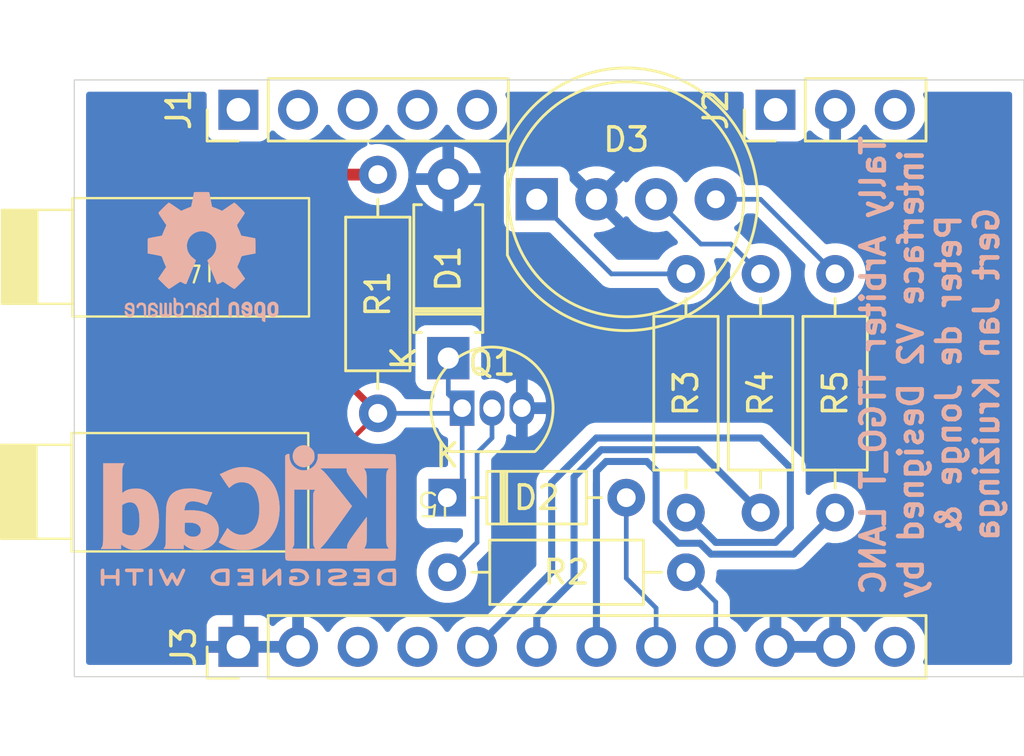
<source format=kicad_pcb>
(kicad_pcb (version 20241229) (generator "pcbnew") (generator_version "9.0")
  (layers (0 "F.Cu" signal) (2 "B.Cu" signal) (13 "F.Paste" user) (15 "B.Paste" user) (5 "F.SilkS" user "F.Silkscreen") (7 "B.SilkS" user "B.Silkscreen") (1 "F.Mask" user) (3 "B.Mask" user) (25 "Edge.Cuts" user))
  (net 0 "")
  (net 1 "GND")
  (net 2 "Net-(D1-K)")
  (net 3 "/lanc_rx")
  (net 4 "Net-(D3-RA)")
  (net 5 "Net-(D3-GA)")
  (net 6 "Net-(D3-BA)")
  (net 14 "/Blue")
  (net 15 "/lanc_tx")
  (net 16 "/Red")
  (net 18 "/Green")
  (net 20 "Net-(Q1-B)")
  (net 21 "Net-(R1-+)")
  (footprint "Resistor_THT:R_Axial_DIN0207_L6.3mm_D2.5mm_P10.16mm_Horizontal" (layer "F.Cu") (at 81.5 81.5 -90)
    (property "Reference" "R1" (at 5.08 0 90) (layer "F.SilkS"))
    (property "Value" "4K7")
    (pad "1" thru_hole circle (at 0 0 270) (size 1.6 1.6) (drill 0.8) (layers "*.Cu" "*.Mask") (net 21 "Net-(R1-+)"))
    (pad "2" thru_hole oval (at 10.16 0 270) (size 1.6 1.6) (drill 0.8) (layers "*.Cu" "*.Mask") (net 2 "Net-(D1-K)"))
  )
  (footprint "Connector_PinHeader_2.54mm:PinHeader_1x03_P2.54mm_Vertical" (layer "F.Cu") (at 98.425 78.74 90)
    (property "Reference" "J2" (at 0 -2.54 270) (layer "F.SilkS"))
    (property "Value" "Conn_01x03")
    (pad "1" thru_hole rect (at 0 0 90) (size 1.7 1.7) (drill 1) (layers "*.Cu" "*.Mask"))
    (pad "2" thru_hole oval (at 0 2.54 90) (size 1.7 1.7) (drill 1) (layers "*.Cu" "*.Mask") (net 1 "GND"))
    (pad "3" thru_hole oval (at 0 5.08 90) (size 1.7 1.7) (drill 1) (layers "*.Cu" "*.Mask"))
  )
  (footprint "Connector_PinHeader_2.54mm:PinHeader_1x05_P2.54mm_Vertical" (layer "F.Cu") (at 75.565 78.74 90)
    (property "Reference" "J1" (at 0 -2.54 270) (layer "F.SilkS"))
    (property "Value" "Conn_01x05")
    (pad "1" thru_hole rect (at 0 0 90) (size 1.7 1.7) (drill 1) (layers "*.Cu" "*.Mask"))
    (pad "2" thru_hole oval (at 0 2.54 90) (size 1.7 1.7) (drill 1) (layers "*.Cu" "*.Mask"))
    (pad "3" thru_hole oval (at 0 5.08 90) (size 1.7 1.7) (drill 1) (layers "*.Cu" "*.Mask"))
    (pad "4" thru_hole oval (at 0 7.62 90) (size 1.7 1.7) (drill 1) (layers "*.Cu" "*.Mask"))
    (pad "5" thru_hole oval (at 0 10.16 90) (size 1.7 1.7) (drill 1) (layers "*.Cu" "*.Mask"))
  )
  (footprint "Connector_PinHeader_2.54mm:PinHeader_1x12_P2.54mm_Vertical" (layer "F.Cu") (at 75.565 101.6 90)
    (property "Reference" "J3" (at 0 -2.33 270) (layer "F.SilkS"))
    (property "Value" "Conn_01x12")
    (pad "1" thru_hole rect (at 0 0 90) (size 1.7 1.7) (drill 1) (layers "*.Cu" "*.Mask") (net 1 "GND"))
    (pad "2" thru_hole oval (at 0 2.54 90) (size 1.7 1.7) (drill 1) (layers "*.Cu" "*.Mask") (net 1 "GND"))
    (pad "3" thru_hole oval (at 0 5.08 90) (size 1.7 1.7) (drill 1) (layers "*.Cu" "*.Mask"))
    (pad "4" thru_hole oval (at 0 7.62 90) (size 1.7 1.7) (drill 1) (layers "*.Cu" "*.Mask"))
    (pad "5" thru_hole oval (at 0 10.16 90) (size 1.7 1.7) (drill 1) (layers "*.Cu" "*.Mask") (net 16 "/Red"))
    (pad "6" thru_hole oval (at 0 12.7 90) (size 1.7 1.7) (drill 1) (layers "*.Cu" "*.Mask") (net 18 "/Green"))
    (pad "7" thru_hole oval (at 0 15.24 90) (size 1.7 1.7) (drill 1) (layers "*.Cu" "*.Mask") (net 14 "/Blue"))
    (pad "8" thru_hole oval (at 0 17.78 90) (size 1.7 1.7) (drill 1) (layers "*.Cu" "*.Mask") (net 3 "/lanc_rx"))
    (pad "9" thru_hole oval (at 0 20.32 90) (size 1.7 1.7) (drill 1) (layers "*.Cu" "*.Mask") (net 15 "/lanc_tx"))
    (pad "10" thru_hole oval (at 0 22.86 90) (size 1.7 1.7) (drill 1) (layers "*.Cu" "*.Mask") (net 1 "GND"))
    (pad "11" thru_hole oval (at 0 25.4 90) (size 1.7 1.7) (drill 1) (layers "*.Cu" "*.Mask") (net 1 "GND"))
    (pad "12" thru_hole oval (at 0 27.94 90) (size 1.7 1.7) (drill 1) (layers "*.Cu" "*.Mask"))
  )
  (footprint "Resistor_THT:R_Axial_DIN0207_L6.3mm_D2.5mm_P10.16mm_Horizontal" (layer "F.Cu") (at 94.615 95.885 90)
    (property "Reference" "R3" (at 5.08 0 270) (layer "F.SilkS"))
    (property "Value" "270")
    (pad "1" thru_hole circle (at 0 0 90) (size 1.6 1.6) (drill 0.8) (layers "*.Cu" "*.Mask") (net 16 "/Red"))
    (pad "2" thru_hole oval (at 10.16 0 90) (size 1.6 1.6) (drill 0.8) (layers "*.Cu" "*.Mask") (net 4 "Net-(D3-RA)"))
  )
  (footprint "Resistor_THT:R_Axial_DIN0207_L6.3mm_D2.5mm_P10.16mm_Horizontal" (layer "F.Cu") (at 100.965 95.885 90)
    (property "Reference" "R5" (at 5.08 0 270) (layer "F.SilkS"))
    (property "Value" "270")
    (pad "1" thru_hole circle (at 0 0 90) (size 1.6 1.6) (drill 0.8) (layers "*.Cu" "*.Mask") (net 14 "/Blue"))
    (pad "2" thru_hole oval (at 10.16 0 90) (size 1.6 1.6) (drill 0.8) (layers "*.Cu" "*.Mask") (net 6 "Net-(D3-BA)"))
  )
  (footprint "GJK Footprints 1:jack_2.5mm_trs_smd" (layer "F.Cu") (at 73.968 95 180)
    (property "Reference" "J5" (at -10.056 -0.5 180) (layer "F.SilkS") (effects (font (thickness 0.1))))
    (property "Value" "LANC In")
    (pad "R" smd roundrect (at -2.032 -3.048 180) (size 2.54 1.27) (layers "F.Cu" "F.Mask" "F.Paste") (roundrect_rratio 0.15) (net 21 "Net-(R1-+)"))
    (pad "R" smd roundrect (at -2.032 3.048 180) (size 2.54 1.27) (layers "F.Cu" "F.Mask" "F.Paste") (roundrect_rratio 0.15) (net 21 "Net-(R1-+)"))
    (pad "S" smd roundrect (at 3.556 -3.048 180) (size 2.54 1.27) (layers "F.Cu" "F.Mask" "F.Paste") (roundrect_rratio 0.15) (net 1 "GND"))
    (pad "S" smd roundrect (at 3.556 3.048 180) (size 2.54 1.27) (layers "F.Cu" "F.Mask" "F.Paste") (roundrect_rratio 0.15) (net 1 "GND"))
    (pad "T" smd roundrect (at -5.08 -0.02 270) (size 2.54 1.27) (layers "F.Cu" "F.Mask" "F.Paste") (roundrect_rratio 0.15) (net 2 "Net-(D1-K)"))
  )
  (footprint "Resistor_THT:R_Axial_DIN0207_L6.3mm_D2.5mm_P10.16mm_Horizontal" (layer "F.Cu") (at 97.79 95.885 90)
    (property "Reference" "R4" (at 5.08 0 270) (layer "F.SilkS"))
    (property "Value" "270")
    (pad "1" thru_hole circle (at 0 0 90) (size 1.6 1.6) (drill 0.8) (layers "*.Cu" "*.Mask") (net 18 "/Green"))
    (pad "2" thru_hole oval (at 10.16 0 90) (size 1.6 1.6) (drill 0.8) (layers "*.Cu" "*.Mask") (net 5 "Net-(D3-GA)"))
  )
  (footprint "GJK Footprints:LED_D10.0mm-4" (layer "F.Cu") (at 89.535 82.55)
    (property "Reference" "D3" (at 2.54 -2.54 0) (layer "F.SilkS"))
    (property "Value" "LED_RKGB")
    (pad "1" thru_hole rect (at -1.27 0) (size 1.8 1.8) (drill 0.9) (layers "*.Cu" "*.Mask") (net 4 "Net-(D3-RA)"))
    (pad "2" thru_hole circle (at 1.27 0) (size 1.8 1.8) (drill 0.9) (layers "*.Cu" "*.Mask") (net 1 "GND"))
    (pad "3" thru_hole circle (at 3.81 0) (size 1.8 1.8) (drill 0.9) (layers "*.Cu" "*.Mask") (net 5 "Net-(D3-GA)"))
    (pad "4" thru_hole circle (at 6.35 0) (size 1.8 1.8) (drill 0.762) (layers "*.Cu" "*.Mask") (net 6 "Net-(D3-BA)"))
  )
  (footprint "Diode_THT:D_DO-35_SOD27_P7.62mm_Horizontal" (layer "F.Cu") (at 84.455 95.25)
    (property "Reference" "D2" (at 3.81 0 0) (layer "F.SilkS"))
    (property "Value" "BAT85")
    (fp_text user "K" (at 0 -1.8 0) (layer "F.SilkS"))
    (pad "1" thru_hole rect (at 0 0) (size 1.6 1.6) (drill 0.8) (layers "*.Cu" "*.Mask") (net 2 "Net-(D1-K)"))
    (pad "2" thru_hole oval (at 7.62 0) (size 1.6 1.6) (drill 0.8) (layers "*.Cu" "*.Mask") (net 3 "/lanc_rx"))
  )
  (footprint "Package_TO_SOT_THT:TO-92_Inline" (layer "F.Cu") (at 85.09 91.44)
    (property "Reference" "Q1" (at 1.27 -1.905 0) (layer "F.SilkS"))
    (property "Value" "BC547")
    (pad "1" thru_hole rect (at 0 0) (size 1.05 1.5) (drill 0.75) (layers "*.Cu" "*.Mask") (net 2 "Net-(D1-K)"))
    (pad "2" thru_hole oval (at 1.27 0) (size 1.05 1.5) (drill 0.75) (layers "*.Cu" "*.Mask") (net 20 "Net-(Q1-B)"))
    (pad "3" thru_hole oval (at 2.54 0) (size 1.05 1.5) (drill 0.75) (layers "*.Cu" "*.Mask") (net 1 "GND"))
  )
  (footprint "GJK Footprints 1:jack_2.5mm_trs_smd" (layer "F.Cu") (at 74 85 180)
    (property "Reference" "J4" (at 0 -0.5 180) (layer "F.SilkS") (effects (font (thickness 0.1))))
    (property "Value" "LANC Out")
    (pad "R" smd roundrect (at -2.032 -3.048 180) (size 2.54 1.27) (layers "F.Cu" "F.Mask" "F.Paste") (roundrect_rratio 0.15) (net 21 "Net-(R1-+)"))
    (pad "R" smd roundrect (at -2.032 3.048 180) (size 2.54 1.27) (layers "F.Cu" "F.Mask" "F.Paste") (roundrect_rratio 0.15) (net 21 "Net-(R1-+)"))
    (pad "S" smd roundrect (at 3.556 -3.048 180) (size 2.54 1.27) (layers "F.Cu" "F.Mask" "F.Paste") (roundrect_rratio 0.15) (net 1 "GND"))
    (pad "S" smd roundrect (at 3.556 3.048 180) (size 2.54 1.27) (layers "F.Cu" "F.Mask" "F.Paste") (roundrect_rratio 0.15) (net 1 "GND"))
    (pad "T" smd roundrect (at -5.08 -0.02 270) (size 2.54 1.27) (layers "F.Cu" "F.Mask" "F.Paste") (roundrect_rratio 0.15) (net 2 "Net-(D1-K)"))
  )
  (footprint "Resistor_THT:R_Axial_DIN0207_L6.3mm_D2.5mm_P10.16mm_Horizontal" (layer "F.Cu") (at 94.615 98.425 180)
    (property "Reference" "R2" (at 5.08 0 180) (layer "F.SilkS"))
    (property "Value" "5K6")
    (pad "1" thru_hole circle (at 0 0 180) (size 1.6 1.6) (drill 0.8) (layers "*.Cu" "*.Mask") (net 15 "/lanc_tx"))
    (pad "2" thru_hole oval (at 10.16 0 180) (size 1.6 1.6) (drill 0.8) (layers "*.Cu" "*.Mask") (net 20 "Net-(Q1-B)"))
  )
  (footprint "Diode_THT:D_A-405_P7.62mm_Horizontal" (layer "F.Cu") (at 84.5 89.31 90)
    (property "Reference" "D1" (at 3.81 0 270) (layer "F.SilkS"))
    (property "Value" "5V1")
    (fp_text user "K" (at 0 -1.9 270) (layer "F.SilkS"))
    (pad "1" thru_hole rect (at 0 0 90) (size 1.8 1.8) (drill 0.9) (layers "*.Cu" "*.Mask") (net 2 "Net-(D1-K)"))
    (pad "2" thru_hole oval (at 7.62 0 90) (size 1.8 1.8) (drill 0.9) (layers "*.Cu" "*.Mask") (net 1 "GND"))
  )
  (footprint "Symbol:KiCad-Logo2_5mm_SilkScreen" (layer "B.Cu") (at 76 96 180)
    (property "Reference" "REF**" (hide yes))
    (property "Value" "KiCad-Logo2_5mm_SilkScreen" (hide yes))
  )
  (footprint "Symbol:OSHW-Logo2_7.3x6mm_SilkScreen" (layer "B.Cu") (at 74 85 180)
    (property "Reference" "REF**" (hide yes))
    (property "Value" "OSHW-Logo2_7.3x6mm_SilkScreen" (hide yes))
  )
  (gr_rect (start 68.58 77.47) (end 109 102.87) (stroke (width 0.05)) (fill no) (layer "Edge.Cuts"))
  (gr_text "Tally Arbiter TTGO_T LANC \ninterface V2 Designed by\nPeter de Jonge &\nGert Jan Kruizinga" (at 108 90 90) (layer "B.SilkS") (effects (font (size 1 1) (thickness 0.2) (bold yes)) (justify bottom mirror)))
  (segment (start 70.444 88.048) (end 70.444 91.92) (width 0.5) (layer "F.Cu") (net 1))
  (segment (start 70.412 91.952) (end 70.412 98.048) (width 0.5) (layer "F.Cu") (net 1))
  (segment (start 70.444 91.92) (end 70.412 91.952) (width 0.5) (layer "F.Cu") (net 1))
  (segment (start 70.444 81.952) (end 70.444 88.048) (width 0.5) (layer "F.Cu") (net 1))
  (segment (start 73.964 101.6) (end 70.412 98.048) (width 0.5) (layer "F.Cu") (net 1))
  (segment (start 75.565 101.6) (end 73.964 101.6) (width 0.5) (layer "F.Cu") (net 1))
  (segment (start 79.08 85.02) (end 79.08 89.24) (width 0.3) (layer "F.Cu") (net 2))
  (segment (start 79.08 89.24) (end 81.5 91.66) (width 0.3) (layer "F.Cu") (net 2))
  (segment (start 79.048 94.112) (end 79.048 95.02) (width 0.2) (layer "F.Cu") (net 2))
  (segment (start 81.5 91.66) (end 79.048 94.112) (width 0.2) (layer "F.Cu") (net 2))
  (segment (start 81.5 91.66) (end 84.87 91.66) (width 0.2) (layer "B.Cu") (net 2))
  (segment (start 84.87 91.66) (end 85.09 91.44) (width 0.2) (layer "B.Cu") (net 2))
  (segment (start 84.5 89.31) (end 84.5 90.85) (width 0.2) (layer "B.Cu") (net 2))
  (segment (start 85.09 94.615) (end 84.455 95.25) (width 0.2) (layer "B.Cu") (net 2))
  (segment (start 85.09 91.44) (end 85.09 94.615) (width 0.2) (layer "B.Cu") (net 2))
  (segment (start 84.5 90.85) (end 85.09 91.44) (width 0.2) (layer "B.Cu") (net 2))
  (segment (start 92.075 95.25) (end 92.075 98.679) (width 0.2) (layer "B.Cu") (net 3))
  (segment (start 93.345 99.949) (end 93.345 101.6) (width 0.2) (layer "B.Cu") (net 3))
  (segment (start 92.075 98.679) (end 93.345 99.949) (width 0.2) (layer "B.Cu") (net 3))
  (segment (start 91.44 85.725) (end 94.615 85.725) (width 0.2) (layer "B.Cu") (net 4))
  (segment (start 88.265 82.55) (end 91.44 85.725) (width 0.2) (layer "B.Cu") (net 4))
  (segment (start 96.52 84.455) (end 97.79 85.725) (width 0.2) (layer "B.Cu") (net 5))
  (segment (start 95.25 84.455) (end 96.52 84.455) (width 0.2) (layer "B.Cu") (net 5))
  (segment (start 93.345 82.55) (end 95.25 84.455) (width 0.2) (layer "B.Cu") (net 5))
  (segment (start 97.79 82.55) (end 100.965 85.725) (width 0.2) (layer "B.Cu") (net 6))
  (segment (start 95.885 82.55) (end 97.79 82.55) (width 0.2) (layer "B.Cu") (net 6))
  (segment (start 91.219212 93.71) (end 92.948 93.71) (width 0.3) (layer "B.Cu") (net 14))
  (segment (start 90.805 101.6) (end 90.805 94.996) (width 0.3) (layer "B.Cu") (net 14))
  (segment (start 90.805 94.996) (end 90.805 94.124212) (width 0.3) (layer "B.Cu") (net 14))
  (segment (start 100.965 95.885) (end 99.3775 97.4725) (width 0.3) (layer "B.Cu") (net 14))
  (segment (start 90.805 94.996) (end 90.805 94.615) (width 0.3) (layer "B.Cu") (net 14))
  (segment (start 99.195 97.655) (end 99.3775 97.4725) (width 0.3) (layer "B.Cu") (net 14))
  (segment (start 92.948 93.71) (end 93.345 94.107) (width 0.3) (layer "B.Cu") (net 14))
  (segment (start 90.805 94.124212) (end 91.219212 93.71) (width 0.3) (layer "B.Cu") (net 14))
  (segment (start 93.345 96.241346) (end 94.294707 97.191053) (width 0.3) (layer "B.Cu") (net 14))
  (segment (start 95.677894 97.655) (end 99.195 97.655) (width 0.3) (layer "B.Cu") (net 14))
  (segment (start 95.213947 97.191053) (end 95.677894 97.655) (width 0.3) (layer "B.Cu") (net 14))
  (segment (start 93.345 94.107) (end 93.345 96.241346) (width 0.3) (layer "B.Cu") (net 14))
  (segment (start 94.294707 97.191053) (end 95.213947 97.191053) (width 0.3) (layer "B.Cu") (net 14))
  (segment (start 94.615 98.425) (end 95.885 99.695) (width 0.2) (layer "B.Cu") (net 15))
  (segment (start 95.885 99.695) (end 95.885 101.6) (width 0.2) (layer "B.Cu") (net 15))
  (segment (start 98.425 97.155) (end 95.885 97.155) (width 0.3) (layer "B.Cu") (net 16))
  (segment (start 99.06 93.98) (end 99.06 96.52) (width 0.3) (layer "B.Cu") (net 16))
  (segment (start 88.9 94.615) (end 90.805 92.71) (width 0.3) (layer "B.Cu") (net 16))
  (segment (start 95.885 97.155) (end 94.615 95.885) (width 0.3) (layer "B.Cu") (net 16))
  (segment (start 97.79 92.71) (end 99.06 93.98) (width 0.3) (layer "B.Cu") (net 16))
  (segment (start 90.805 92.71) (end 97.79 92.71) (width 0.3) (layer "B.Cu") (net 16))
  (segment (start 85.725 101.6) (end 88.9 98.425) (width 0.3) (layer "B.Cu") (net 16))
  (segment (start 88.9 98.425) (end 88.9 94.615) (width 0.3) (layer "B.Cu") (net 16))
  (segment (start 99.06 96.52) (end 98.425 97.155) (width 0.3) (layer "B.Cu") (net 16))
  (segment (start 91.012106 93.21) (end 89.8525 94.369606) (width 0.3) (layer "B.Cu") (net 18))
  (segment (start 88.265 100.33) (end 89.8525 98.7425) (width 0.3) (layer "B.Cu") (net 18))
  (segment (start 89.8525 94.369606) (end 89.8525 98.7425) (width 0.3) (layer "B.Cu") (net 18))
  (segment (start 97.79 95.885) (end 95.115 93.21) (width 0.3) (layer "B.Cu") (net 18))
  (segment (start 95.115 93.21) (end 91.012106 93.21) (width 0.3) (layer "B.Cu") (net 18))
  (segment (start 88.265 101.6) (end 88.265 100.33) (width 0.3) (layer "B.Cu") (net 18))
  (segment (start 86.36 92.71) (end 85.725 93.345) (width 0.2) (layer "B.Cu") (net 20))
  (segment (start 85.725 97.155) (end 84.455 98.425) (width 0.2) (layer "B.Cu") (net 20))
  (segment (start 85.725 93.345) (end 85.725 97.155) (width 0.2) (layer "B.Cu") (net 20))
  (segment (start 86.36 91.44) (end 86.36 92.71) (width 0.2) (layer "B.Cu") (net 20))
  (segment (start 76.032 91.92) (end 76 91.952) (width 0.5) (layer "F.Cu") (net 21))
  (segment (start 76.032 88.048) (end 76.032 91.92) (width 0.5) (layer "F.Cu") (net 21))
  (segment (start 76 91.952) (end 76 98.048) (width 0.5) (layer "F.Cu") (net 21))
  (segment (start 81.5 81.5) (end 76.484 81.5) (width 0.5) (layer "F.Cu") (net 21))
  (segment (start 76.484 81.5) (end 76.032 81.952) (width 0.5) (layer "F.Cu") (net 21))
  (segment (start 76.032 81.952) (end 76.032 88.048) (width 0.5) (layer "F.Cu") (net 21))
  (zone (net 1) (net_name "GND") (layer "B.Cu") (connect_pads (clearance 0.5)) (min_thickness 0.25) (fill yes (thermal_gap 0.5) (thermal_bridge_width 0.5))
    (polygon (pts (xy 68.58 77.47) (xy 68.58 102.87) (xy 109 102.87) (xy 109 77.47)))
  )
)
</source>
